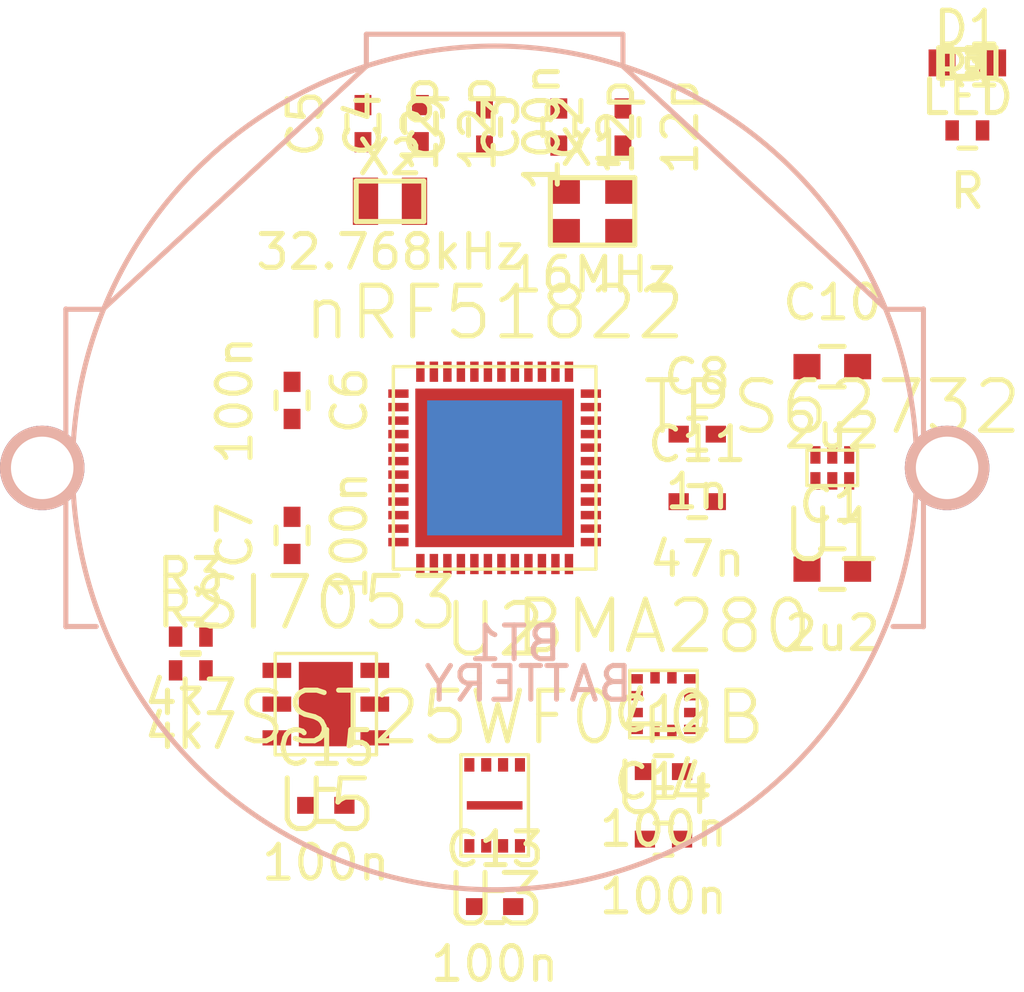
<source format=kicad_pcb>
(kicad_pcb (version 4) (host pcbnew "(2014-10-24 BZR 5221)-product")

  (general
    (links 65)
    (no_connects 65)
    (area 0 0 0 0)
    (thickness 1.6)
    (drawings 0)
    (tracks 0)
    (zones 0)
    (modules 27)
    (nets 65)
  )

  (page A4)
  (layers
    (0 F.Cu signal)
    (31 B.Cu signal)
    (32 B.Adhes user)
    (33 F.Adhes user)
    (34 B.Paste user)
    (35 F.Paste user)
    (36 B.SilkS user)
    (37 F.SilkS user)
    (38 B.Mask user)
    (39 F.Mask user)
    (40 Dwgs.User user)
    (41 Cmts.User user)
    (42 Eco1.User user)
    (43 Eco2.User user)
    (44 Edge.Cuts user)
    (45 Margin user)
    (46 B.CrtYd user)
    (47 F.CrtYd user)
    (48 B.Fab user)
    (49 F.Fab user)
  )

  (setup
    (last_trace_width 0.254)
    (trace_clearance 0.254)
    (zone_clearance 0.508)
    (zone_45_only no)
    (trace_min 0.254)
    (segment_width 0.2)
    (edge_width 0.1)
    (via_size 0.889)
    (via_drill 0.635)
    (via_min_size 0.889)
    (via_min_drill 0.508)
    (uvia_size 0.508)
    (uvia_drill 0.127)
    (uvias_allowed no)
    (uvia_min_size 0.508)
    (uvia_min_drill 0.127)
    (pcb_text_width 0.3)
    (pcb_text_size 1.5 1.5)
    (mod_edge_width 0.15)
    (mod_text_size 1 1)
    (mod_text_width 0.15)
    (pad_size 0.9 0.8)
    (pad_drill 0)
    (pad_to_mask_clearance 0)
    (aux_axis_origin 0 0)
    (visible_elements FFFCF77F)
    (pcbplotparams
      (layerselection 0x00030_80000001)
      (usegerberextensions false)
      (excludeedgelayer true)
      (linewidth 0.100000)
      (plotframeref false)
      (viasonmask false)
      (mode 1)
      (useauxorigin false)
      (hpglpennumber 1)
      (hpglpenspeed 20)
      (hpglpendiameter 15)
      (hpglpenoverlay 2)
      (psnegative false)
      (psa4output false)
      (plotreference true)
      (plotvalue true)
      (plotinvisibletext false)
      (padsonsilk false)
      (subtractmaskfromsilk false)
      (outputformat 1)
      (mirror false)
      (drillshape 1)
      (scaleselection 1)
      (outputdirectory ""))
  )

  (net 0 "")
  (net 1 +BATT)
  (net 2 GND)
  (net 3 "Net-(C2-Pad1)")
  (net 4 "Net-(C3-Pad1)")
  (net 5 "Net-(C4-Pad1)")
  (net 6 "Net-(C5-Pad1)")
  (net 7 VDD)
  (net 8 "Net-(C9-Pad1)")
  (net 9 "Net-(C10-Pad1)")
  (net 10 "Net-(D1-Pad2)")
  (net 11 ~led)
  (net 12 twi_scl)
  (net 13 twi_sda)
  (net 14 "Net-(U1-Pad1)")
  (net 15 "Net-(L1-Pad1)")
  (net 16 "Net-(U1-Pad5)")
  (net 17 "Net-(U2-Pad2)")
  (net 18 "Net-(U2-Pad3)")
  (net 19 "Net-(U2-Pad4)")
  (net 20 "Net-(U2-Pad5)")
  (net 21 "Net-(U2-Pad6)")
  (net 22 "Net-(U2-Pad7)")
  (net 23 "Net-(U2-Pad8)")
  (net 24 "Net-(U2-Pad9)")
  (net 25 "Net-(U2-Pad10)")
  (net 26 "Net-(U2-Pad11)")
  (net 27 "Net-(U2-Pad25)")
  (net 28 "Net-(U2-Pad26)")
  (net 29 "Net-(U2-Pad27)")
  (net 30 "Net-(U2-Pad28)")
  (net 31 "Net-(U2-Pad30)")
  (net 32 "Net-(U2-Pad31)")
  (net 33 "Net-(U2-Pad32)")
  (net 34 "Net-(U2-Pad14)")
  (net 35 "Net-(U2-Pad15)")
  (net 36 "Net-(U2-Pad16)")
  (net 37 "Net-(U2-Pad17)")
  (net 38 "Net-(U2-Pad18)")
  (net 39 "Net-(U2-Pad19)")
  (net 40 "Net-(U2-Pad20)")
  (net 41 "Net-(U2-Pad21)")
  (net 42 "Net-(U2-Pad22)")
  (net 43 swdio)
  (net 44 swclk)
  (net 45 "Net-(U2-Pad40)")
  (net 46 "Net-(U2-Pad41)")
  (net 47 "Net-(U2-Pad42)")
  (net 48 "Net-(U2-Pad43)")
  (net 49 "Net-(U2-Pad44)")
  (net 50 "Net-(U2-Pad47)")
  (net 51 "Net-(U2-Pad48)")
  (net 52 spi0_cs_n)
  (net 53 spi0_miso)
  (net 54 spi0_mosi)
  (net 55 spi0_sck)
  (net 56 spi1_miso)
  (net 57 spi1_mosi)
  (net 58 spi1_cs_n)
  (net 59 acc_int1)
  (net 60 acc_int2)
  (net 61 spi1_sck)
  (net 62 "Net-(U5-PadPAD)")
  (net 63 "Net-(U5-Pad3)")
  (net 64 "Net-(U5-Pad4)")

  (net_class Default "This is the default net class."
    (clearance 0.254)
    (trace_width 0.254)
    (via_dia 0.889)
    (via_drill 0.635)
    (uvia_dia 0.508)
    (uvia_drill 0.127)
    (add_net +BATT)
    (add_net GND)
    (add_net "Net-(C10-Pad1)")
    (add_net "Net-(C2-Pad1)")
    (add_net "Net-(C3-Pad1)")
    (add_net "Net-(C4-Pad1)")
    (add_net "Net-(C5-Pad1)")
    (add_net "Net-(C9-Pad1)")
    (add_net "Net-(D1-Pad2)")
    (add_net "Net-(L1-Pad1)")
    (add_net "Net-(U1-Pad1)")
    (add_net "Net-(U1-Pad5)")
    (add_net "Net-(U2-Pad10)")
    (add_net "Net-(U2-Pad11)")
    (add_net "Net-(U2-Pad14)")
    (add_net "Net-(U2-Pad15)")
    (add_net "Net-(U2-Pad16)")
    (add_net "Net-(U2-Pad17)")
    (add_net "Net-(U2-Pad18)")
    (add_net "Net-(U2-Pad19)")
    (add_net "Net-(U2-Pad2)")
    (add_net "Net-(U2-Pad20)")
    (add_net "Net-(U2-Pad21)")
    (add_net "Net-(U2-Pad22)")
    (add_net "Net-(U2-Pad25)")
    (add_net "Net-(U2-Pad26)")
    (add_net "Net-(U2-Pad27)")
    (add_net "Net-(U2-Pad28)")
    (add_net "Net-(U2-Pad3)")
    (add_net "Net-(U2-Pad30)")
    (add_net "Net-(U2-Pad31)")
    (add_net "Net-(U2-Pad32)")
    (add_net "Net-(U2-Pad4)")
    (add_net "Net-(U2-Pad40)")
    (add_net "Net-(U2-Pad41)")
    (add_net "Net-(U2-Pad42)")
    (add_net "Net-(U2-Pad43)")
    (add_net "Net-(U2-Pad44)")
    (add_net "Net-(U2-Pad47)")
    (add_net "Net-(U2-Pad48)")
    (add_net "Net-(U2-Pad5)")
    (add_net "Net-(U2-Pad6)")
    (add_net "Net-(U2-Pad7)")
    (add_net "Net-(U2-Pad8)")
    (add_net "Net-(U2-Pad9)")
    (add_net "Net-(U5-Pad3)")
    (add_net "Net-(U5-Pad4)")
    (add_net "Net-(U5-PadPAD)")
    (add_net VDD)
    (add_net acc_int1)
    (add_net acc_int2)
    (add_net spi0_cs_n)
    (add_net spi0_miso)
    (add_net spi0_mosi)
    (add_net spi0_sck)
    (add_net spi1_cs_n)
    (add_net spi1_miso)
    (add_net spi1_mosi)
    (add_net spi1_sck)
    (add_net swclk)
    (add_net swdio)
    (add_net twi_scl)
    (add_net twi_sda)
    (add_net ~led)
  )

  (module Capacitors_SMD:C_0603 (layer F.Cu) (tedit 5415D631) (tstamp 54E63722)
    (at 110 103)
    (descr "Capacitor SMD 0603, reflow soldering, AVX (see smccp.pdf)")
    (tags "capacitor 0603")
    (path /54E4FD79)
    (attr smd)
    (fp_text reference C1 (at 0 -1.9) (layer F.SilkS)
      (effects (font (size 1 1) (thickness 0.15)))
    )
    (fp_text value 2u2 (at 0 1.9) (layer F.SilkS)
      (effects (font (size 1 1) (thickness 0.15)))
    )
    (fp_line (start -1.45 -0.75) (end 1.45 -0.75) (layer F.CrtYd) (width 0.05))
    (fp_line (start -1.45 0.75) (end 1.45 0.75) (layer F.CrtYd) (width 0.05))
    (fp_line (start -1.45 -0.75) (end -1.45 0.75) (layer F.CrtYd) (width 0.05))
    (fp_line (start 1.45 -0.75) (end 1.45 0.75) (layer F.CrtYd) (width 0.05))
    (fp_line (start -0.35 -0.6) (end 0.35 -0.6) (layer F.SilkS) (width 0.15))
    (fp_line (start 0.35 0.6) (end -0.35 0.6) (layer F.SilkS) (width 0.15))
    (pad 1 smd rect (at -0.75 0) (size 0.8 0.75) (layers F.Cu F.Paste F.Mask)
      (net 1 +BATT))
    (pad 2 smd rect (at 0.75 0) (size 0.8 0.75) (layers F.Cu F.Paste F.Mask)
      (net 2 GND))
    (model Capacitors_SMD/C_0603.wrl
      (at (xyz 0 0 0))
      (scale (xyz 1 1 1))
      (rotate (xyz 0 0 0))
    )
  )

  (module Capacitors_SMD:C_0402 (layer F.Cu) (tedit 5415D599) (tstamp 54E63728)
    (at 103.8 89.9 90)
    (descr "Capacitor SMD 0402, reflow soldering, AVX (see smccp.pdf)")
    (tags "capacitor 0402")
    (path /54E5282E)
    (attr smd)
    (fp_text reference C2 (at 0 -1.7 90) (layer F.SilkS)
      (effects (font (size 1 1) (thickness 0.15)))
    )
    (fp_text value 12p (at 0 1.7 90) (layer F.SilkS)
      (effects (font (size 1 1) (thickness 0.15)))
    )
    (fp_line (start -1.15 -0.6) (end 1.15 -0.6) (layer F.CrtYd) (width 0.05))
    (fp_line (start -1.15 0.6) (end 1.15 0.6) (layer F.CrtYd) (width 0.05))
    (fp_line (start -1.15 -0.6) (end -1.15 0.6) (layer F.CrtYd) (width 0.05))
    (fp_line (start 1.15 -0.6) (end 1.15 0.6) (layer F.CrtYd) (width 0.05))
    (fp_line (start 0.25 -0.475) (end -0.25 -0.475) (layer F.SilkS) (width 0.15))
    (fp_line (start -0.25 0.475) (end 0.25 0.475) (layer F.SilkS) (width 0.15))
    (pad 1 smd rect (at -0.55 0 90) (size 0.6 0.5) (layers F.Cu F.Paste F.Mask)
      (net 3 "Net-(C2-Pad1)"))
    (pad 2 smd rect (at 0.55 0 90) (size 0.6 0.5) (layers F.Cu F.Paste F.Mask)
      (net 2 GND))
    (model Capacitors_SMD/C_0402.wrl
      (at (xyz 0 0 0))
      (scale (xyz 1 1 1))
      (rotate (xyz 0 0 0))
    )
  )

  (module Capacitors_SMD:C_0402 (layer F.Cu) (tedit 5415D599) (tstamp 54E6372E)
    (at 101.9 89.9 90)
    (descr "Capacitor SMD 0402, reflow soldering, AVX (see smccp.pdf)")
    (tags "capacitor 0402")
    (path /54E528BD)
    (attr smd)
    (fp_text reference C3 (at 0 -1.7 90) (layer F.SilkS)
      (effects (font (size 1 1) (thickness 0.15)))
    )
    (fp_text value 12p (at 0 1.7 90) (layer F.SilkS)
      (effects (font (size 1 1) (thickness 0.15)))
    )
    (fp_line (start -1.15 -0.6) (end 1.15 -0.6) (layer F.CrtYd) (width 0.05))
    (fp_line (start -1.15 0.6) (end 1.15 0.6) (layer F.CrtYd) (width 0.05))
    (fp_line (start -1.15 -0.6) (end -1.15 0.6) (layer F.CrtYd) (width 0.05))
    (fp_line (start 1.15 -0.6) (end 1.15 0.6) (layer F.CrtYd) (width 0.05))
    (fp_line (start 0.25 -0.475) (end -0.25 -0.475) (layer F.SilkS) (width 0.15))
    (fp_line (start -0.25 0.475) (end 0.25 0.475) (layer F.SilkS) (width 0.15))
    (pad 1 smd rect (at -0.55 0 90) (size 0.6 0.5) (layers F.Cu F.Paste F.Mask)
      (net 4 "Net-(C3-Pad1)"))
    (pad 2 smd rect (at 0.55 0 90) (size 0.6 0.5) (layers F.Cu F.Paste F.Mask)
      (net 2 GND))
    (model Capacitors_SMD/C_0402.wrl
      (at (xyz 0 0 0))
      (scale (xyz 1 1 1))
      (rotate (xyz 0 0 0))
    )
  )

  (module Capacitors_SMD:C_0402 (layer F.Cu) (tedit 5415D599) (tstamp 54E63734)
    (at 97.8 89.8 90)
    (descr "Capacitor SMD 0402, reflow soldering, AVX (see smccp.pdf)")
    (tags "capacitor 0402")
    (path /54E52F91)
    (attr smd)
    (fp_text reference C4 (at 0 -1.7 90) (layer F.SilkS)
      (effects (font (size 1 1) (thickness 0.15)))
    )
    (fp_text value 12p (at 0 1.7 90) (layer F.SilkS)
      (effects (font (size 1 1) (thickness 0.15)))
    )
    (fp_line (start -1.15 -0.6) (end 1.15 -0.6) (layer F.CrtYd) (width 0.05))
    (fp_line (start -1.15 0.6) (end 1.15 0.6) (layer F.CrtYd) (width 0.05))
    (fp_line (start -1.15 -0.6) (end -1.15 0.6) (layer F.CrtYd) (width 0.05))
    (fp_line (start 1.15 -0.6) (end 1.15 0.6) (layer F.CrtYd) (width 0.05))
    (fp_line (start 0.25 -0.475) (end -0.25 -0.475) (layer F.SilkS) (width 0.15))
    (fp_line (start -0.25 0.475) (end 0.25 0.475) (layer F.SilkS) (width 0.15))
    (pad 1 smd rect (at -0.55 0 90) (size 0.6 0.5) (layers F.Cu F.Paste F.Mask)
      (net 5 "Net-(C4-Pad1)"))
    (pad 2 smd rect (at 0.55 0 90) (size 0.6 0.5) (layers F.Cu F.Paste F.Mask)
      (net 2 GND))
    (model Capacitors_SMD/C_0402.wrl
      (at (xyz 0 0 0))
      (scale (xyz 1 1 1))
      (rotate (xyz 0 0 0))
    )
  )

  (module Capacitors_SMD:C_0402 (layer F.Cu) (tedit 5415D599) (tstamp 54E6373A)
    (at 96.1 89.8 90)
    (descr "Capacitor SMD 0402, reflow soldering, AVX (see smccp.pdf)")
    (tags "capacitor 0402")
    (path /54E52F97)
    (attr smd)
    (fp_text reference C5 (at 0 -1.7 90) (layer F.SilkS)
      (effects (font (size 1 1) (thickness 0.15)))
    )
    (fp_text value 12p (at 0 1.7 90) (layer F.SilkS)
      (effects (font (size 1 1) (thickness 0.15)))
    )
    (fp_line (start -1.15 -0.6) (end 1.15 -0.6) (layer F.CrtYd) (width 0.05))
    (fp_line (start -1.15 0.6) (end 1.15 0.6) (layer F.CrtYd) (width 0.05))
    (fp_line (start -1.15 -0.6) (end -1.15 0.6) (layer F.CrtYd) (width 0.05))
    (fp_line (start 1.15 -0.6) (end 1.15 0.6) (layer F.CrtYd) (width 0.05))
    (fp_line (start 0.25 -0.475) (end -0.25 -0.475) (layer F.SilkS) (width 0.15))
    (fp_line (start -0.25 0.475) (end 0.25 0.475) (layer F.SilkS) (width 0.15))
    (pad 1 smd rect (at -0.55 0 90) (size 0.6 0.5) (layers F.Cu F.Paste F.Mask)
      (net 6 "Net-(C5-Pad1)"))
    (pad 2 smd rect (at 0.55 0 90) (size 0.6 0.5) (layers F.Cu F.Paste F.Mask)
      (net 2 GND))
    (model Capacitors_SMD/C_0402.wrl
      (at (xyz 0 0 0))
      (scale (xyz 1 1 1))
      (rotate (xyz 0 0 0))
    )
  )

  (module Capacitors_SMD:C_0402 (layer F.Cu) (tedit 5415D599) (tstamp 54E63740)
    (at 94 98 270)
    (descr "Capacitor SMD 0402, reflow soldering, AVX (see smccp.pdf)")
    (tags "capacitor 0402")
    (path /54E51ED7)
    (attr smd)
    (fp_text reference C6 (at 0 -1.7 270) (layer F.SilkS)
      (effects (font (size 1 1) (thickness 0.15)))
    )
    (fp_text value 100n (at 0 1.7 270) (layer F.SilkS)
      (effects (font (size 1 1) (thickness 0.15)))
    )
    (fp_line (start -1.15 -0.6) (end 1.15 -0.6) (layer F.CrtYd) (width 0.05))
    (fp_line (start -1.15 0.6) (end 1.15 0.6) (layer F.CrtYd) (width 0.05))
    (fp_line (start -1.15 -0.6) (end -1.15 0.6) (layer F.CrtYd) (width 0.05))
    (fp_line (start 1.15 -0.6) (end 1.15 0.6) (layer F.CrtYd) (width 0.05))
    (fp_line (start 0.25 -0.475) (end -0.25 -0.475) (layer F.SilkS) (width 0.15))
    (fp_line (start -0.25 0.475) (end 0.25 0.475) (layer F.SilkS) (width 0.15))
    (pad 1 smd rect (at -0.55 0 270) (size 0.6 0.5) (layers F.Cu F.Paste F.Mask)
      (net 7 VDD))
    (pad 2 smd rect (at 0.55 0 270) (size 0.6 0.5) (layers F.Cu F.Paste F.Mask)
      (net 2 GND))
    (model Capacitors_SMD/C_0402.wrl
      (at (xyz 0 0 0))
      (scale (xyz 1 1 1))
      (rotate (xyz 0 0 0))
    )
  )

  (module Capacitors_SMD:C_0402 (layer F.Cu) (tedit 5415D599) (tstamp 54E63746)
    (at 94 102 90)
    (descr "Capacitor SMD 0402, reflow soldering, AVX (see smccp.pdf)")
    (tags "capacitor 0402")
    (path /54E52011)
    (attr smd)
    (fp_text reference C7 (at 0 -1.7 90) (layer F.SilkS)
      (effects (font (size 1 1) (thickness 0.15)))
    )
    (fp_text value 100n (at 0 1.7 90) (layer F.SilkS)
      (effects (font (size 1 1) (thickness 0.15)))
    )
    (fp_line (start -1.15 -0.6) (end 1.15 -0.6) (layer F.CrtYd) (width 0.05))
    (fp_line (start -1.15 0.6) (end 1.15 0.6) (layer F.CrtYd) (width 0.05))
    (fp_line (start -1.15 -0.6) (end -1.15 0.6) (layer F.CrtYd) (width 0.05))
    (fp_line (start 1.15 -0.6) (end 1.15 0.6) (layer F.CrtYd) (width 0.05))
    (fp_line (start 0.25 -0.475) (end -0.25 -0.475) (layer F.SilkS) (width 0.15))
    (fp_line (start -0.25 0.475) (end 0.25 0.475) (layer F.SilkS) (width 0.15))
    (pad 1 smd rect (at -0.55 0 90) (size 0.6 0.5) (layers F.Cu F.Paste F.Mask)
      (net 7 VDD))
    (pad 2 smd rect (at 0.55 0 90) (size 0.6 0.5) (layers F.Cu F.Paste F.Mask)
      (net 2 GND))
    (model Capacitors_SMD/C_0402.wrl
      (at (xyz 0 0 0))
      (scale (xyz 1 1 1))
      (rotate (xyz 0 0 0))
    )
  )

  (module Capacitors_SMD:C_0402 (layer F.Cu) (tedit 5415D599) (tstamp 54E6374C)
    (at 106 99)
    (descr "Capacitor SMD 0402, reflow soldering, AVX (see smccp.pdf)")
    (tags "capacitor 0402")
    (path /54E5245F)
    (attr smd)
    (fp_text reference C8 (at 0 -1.7) (layer F.SilkS)
      (effects (font (size 1 1) (thickness 0.15)))
    )
    (fp_text value 1n (at 0 1.7) (layer F.SilkS)
      (effects (font (size 1 1) (thickness 0.15)))
    )
    (fp_line (start -1.15 -0.6) (end 1.15 -0.6) (layer F.CrtYd) (width 0.05))
    (fp_line (start -1.15 0.6) (end 1.15 0.6) (layer F.CrtYd) (width 0.05))
    (fp_line (start -1.15 -0.6) (end -1.15 0.6) (layer F.CrtYd) (width 0.05))
    (fp_line (start 1.15 -0.6) (end 1.15 0.6) (layer F.CrtYd) (width 0.05))
    (fp_line (start 0.25 -0.475) (end -0.25 -0.475) (layer F.SilkS) (width 0.15))
    (fp_line (start -0.25 0.475) (end 0.25 0.475) (layer F.SilkS) (width 0.15))
    (pad 1 smd rect (at -0.55 0) (size 0.6 0.5) (layers F.Cu F.Paste F.Mask)
      (net 7 VDD))
    (pad 2 smd rect (at 0.55 0) (size 0.6 0.5) (layers F.Cu F.Paste F.Mask)
      (net 2 GND))
    (model Capacitors_SMD/C_0402.wrl
      (at (xyz 0 0 0))
      (scale (xyz 1 1 1))
      (rotate (xyz 0 0 0))
    )
  )

  (module Capacitors_SMD:C_0402 (layer F.Cu) (tedit 5415D599) (tstamp 54E63752)
    (at 99.7 89.9 90)
    (descr "Capacitor SMD 0402, reflow soldering, AVX (see smccp.pdf)")
    (tags "capacitor 0402")
    (path /54E5203A)
    (attr smd)
    (fp_text reference C9 (at 0 -1.7 90) (layer F.SilkS)
      (effects (font (size 1 1) (thickness 0.15)))
    )
    (fp_text value 100n (at 0 1.7 90) (layer F.SilkS)
      (effects (font (size 1 1) (thickness 0.15)))
    )
    (fp_line (start -1.15 -0.6) (end 1.15 -0.6) (layer F.CrtYd) (width 0.05))
    (fp_line (start -1.15 0.6) (end 1.15 0.6) (layer F.CrtYd) (width 0.05))
    (fp_line (start -1.15 -0.6) (end -1.15 0.6) (layer F.CrtYd) (width 0.05))
    (fp_line (start 1.15 -0.6) (end 1.15 0.6) (layer F.CrtYd) (width 0.05))
    (fp_line (start 0.25 -0.475) (end -0.25 -0.475) (layer F.SilkS) (width 0.15))
    (fp_line (start -0.25 0.475) (end 0.25 0.475) (layer F.SilkS) (width 0.15))
    (pad 1 smd rect (at -0.55 0 90) (size 0.6 0.5) (layers F.Cu F.Paste F.Mask)
      (net 8 "Net-(C9-Pad1)"))
    (pad 2 smd rect (at 0.55 0 90) (size 0.6 0.5) (layers F.Cu F.Paste F.Mask)
      (net 2 GND))
    (model Capacitors_SMD/C_0402.wrl
      (at (xyz 0 0 0))
      (scale (xyz 1 1 1))
      (rotate (xyz 0 0 0))
    )
  )

  (module Capacitors_SMD:C_0603 (layer F.Cu) (tedit 5415D631) (tstamp 54E63758)
    (at 110 97)
    (descr "Capacitor SMD 0603, reflow soldering, AVX (see smccp.pdf)")
    (tags "capacitor 0603")
    (path /54E500A4)
    (attr smd)
    (fp_text reference C10 (at 0 -1.9) (layer F.SilkS)
      (effects (font (size 1 1) (thickness 0.15)))
    )
    (fp_text value 2u2 (at 0 1.9) (layer F.SilkS)
      (effects (font (size 1 1) (thickness 0.15)))
    )
    (fp_line (start -1.45 -0.75) (end 1.45 -0.75) (layer F.CrtYd) (width 0.05))
    (fp_line (start -1.45 0.75) (end 1.45 0.75) (layer F.CrtYd) (width 0.05))
    (fp_line (start -1.45 -0.75) (end -1.45 0.75) (layer F.CrtYd) (width 0.05))
    (fp_line (start 1.45 -0.75) (end 1.45 0.75) (layer F.CrtYd) (width 0.05))
    (fp_line (start -0.35 -0.6) (end 0.35 -0.6) (layer F.SilkS) (width 0.15))
    (fp_line (start 0.35 0.6) (end -0.35 0.6) (layer F.SilkS) (width 0.15))
    (pad 1 smd rect (at -0.75 0) (size 0.8 0.75) (layers F.Cu F.Paste F.Mask)
      (net 9 "Net-(C10-Pad1)"))
    (pad 2 smd rect (at 0.75 0) (size 0.8 0.75) (layers F.Cu F.Paste F.Mask)
      (net 2 GND))
    (model Capacitors_SMD/C_0603.wrl
      (at (xyz 0 0 0))
      (scale (xyz 1 1 1))
      (rotate (xyz 0 0 0))
    )
  )

  (module Capacitors_SMD:C_0402 (layer F.Cu) (tedit 5415D599) (tstamp 54E6375E)
    (at 106 101)
    (descr "Capacitor SMD 0402, reflow soldering, AVX (see smccp.pdf)")
    (tags "capacitor 0402")
    (path /54E52118)
    (attr smd)
    (fp_text reference C11 (at 0 -1.7) (layer F.SilkS)
      (effects (font (size 1 1) (thickness 0.15)))
    )
    (fp_text value 47n (at 0 1.7) (layer F.SilkS)
      (effects (font (size 1 1) (thickness 0.15)))
    )
    (fp_line (start -1.15 -0.6) (end 1.15 -0.6) (layer F.CrtYd) (width 0.05))
    (fp_line (start -1.15 0.6) (end 1.15 0.6) (layer F.CrtYd) (width 0.05))
    (fp_line (start -1.15 -0.6) (end -1.15 0.6) (layer F.CrtYd) (width 0.05))
    (fp_line (start 1.15 -0.6) (end 1.15 0.6) (layer F.CrtYd) (width 0.05))
    (fp_line (start 0.25 -0.475) (end -0.25 -0.475) (layer F.SilkS) (width 0.15))
    (fp_line (start -0.25 0.475) (end 0.25 0.475) (layer F.SilkS) (width 0.15))
    (pad 1 smd rect (at -0.55 0) (size 0.6 0.5) (layers F.Cu F.Paste F.Mask)
      (net 7 VDD))
    (pad 2 smd rect (at 0.55 0) (size 0.6 0.5) (layers F.Cu F.Paste F.Mask)
      (net 2 GND))
    (model Capacitors_SMD/C_0402.wrl
      (at (xyz 0 0 0))
      (scale (xyz 1 1 1))
      (rotate (xyz 0 0 0))
    )
  )

  (module Capacitors_SMD:C_0402 (layer F.Cu) (tedit 5415D599) (tstamp 54E63764)
    (at 105 109)
    (descr "Capacitor SMD 0402, reflow soldering, AVX (see smccp.pdf)")
    (tags "capacitor 0402")
    (path /54E516C7)
    (attr smd)
    (fp_text reference C12 (at 0 -1.7) (layer F.SilkS)
      (effects (font (size 1 1) (thickness 0.15)))
    )
    (fp_text value 100n (at 0 1.7) (layer F.SilkS)
      (effects (font (size 1 1) (thickness 0.15)))
    )
    (fp_line (start -1.15 -0.6) (end 1.15 -0.6) (layer F.CrtYd) (width 0.05))
    (fp_line (start -1.15 0.6) (end 1.15 0.6) (layer F.CrtYd) (width 0.05))
    (fp_line (start -1.15 -0.6) (end -1.15 0.6) (layer F.CrtYd) (width 0.05))
    (fp_line (start 1.15 -0.6) (end 1.15 0.6) (layer F.CrtYd) (width 0.05))
    (fp_line (start 0.25 -0.475) (end -0.25 -0.475) (layer F.SilkS) (width 0.15))
    (fp_line (start -0.25 0.475) (end 0.25 0.475) (layer F.SilkS) (width 0.15))
    (pad 1 smd rect (at -0.55 0) (size 0.6 0.5) (layers F.Cu F.Paste F.Mask)
      (net 7 VDD))
    (pad 2 smd rect (at 0.55 0) (size 0.6 0.5) (layers F.Cu F.Paste F.Mask)
      (net 2 GND))
    (model Capacitors_SMD/C_0402.wrl
      (at (xyz 0 0 0))
      (scale (xyz 1 1 1))
      (rotate (xyz 0 0 0))
    )
  )

  (module Capacitors_SMD:C_0402 (layer F.Cu) (tedit 5415D599) (tstamp 54E6376A)
    (at 100 113)
    (descr "Capacitor SMD 0402, reflow soldering, AVX (see smccp.pdf)")
    (tags "capacitor 0402")
    (path /54E50761)
    (attr smd)
    (fp_text reference C13 (at 0 -1.7) (layer F.SilkS)
      (effects (font (size 1 1) (thickness 0.15)))
    )
    (fp_text value 100n (at 0 1.7) (layer F.SilkS)
      (effects (font (size 1 1) (thickness 0.15)))
    )
    (fp_line (start -1.15 -0.6) (end 1.15 -0.6) (layer F.CrtYd) (width 0.05))
    (fp_line (start -1.15 0.6) (end 1.15 0.6) (layer F.CrtYd) (width 0.05))
    (fp_line (start -1.15 -0.6) (end -1.15 0.6) (layer F.CrtYd) (width 0.05))
    (fp_line (start 1.15 -0.6) (end 1.15 0.6) (layer F.CrtYd) (width 0.05))
    (fp_line (start 0.25 -0.475) (end -0.25 -0.475) (layer F.SilkS) (width 0.15))
    (fp_line (start -0.25 0.475) (end 0.25 0.475) (layer F.SilkS) (width 0.15))
    (pad 1 smd rect (at -0.55 0) (size 0.6 0.5) (layers F.Cu F.Paste F.Mask)
      (net 7 VDD))
    (pad 2 smd rect (at 0.55 0) (size 0.6 0.5) (layers F.Cu F.Paste F.Mask)
      (net 2 GND))
    (model Capacitors_SMD/C_0402.wrl
      (at (xyz 0 0 0))
      (scale (xyz 1 1 1))
      (rotate (xyz 0 0 0))
    )
  )

  (module Capacitors_SMD:C_0402 (layer F.Cu) (tedit 5415D599) (tstamp 54E63770)
    (at 105 111)
    (descr "Capacitor SMD 0402, reflow soldering, AVX (see smccp.pdf)")
    (tags "capacitor 0402")
    (path /54E51678)
    (attr smd)
    (fp_text reference C14 (at 0 -1.7) (layer F.SilkS)
      (effects (font (size 1 1) (thickness 0.15)))
    )
    (fp_text value 100n (at 0 1.7) (layer F.SilkS)
      (effects (font (size 1 1) (thickness 0.15)))
    )
    (fp_line (start -1.15 -0.6) (end 1.15 -0.6) (layer F.CrtYd) (width 0.05))
    (fp_line (start -1.15 0.6) (end 1.15 0.6) (layer F.CrtYd) (width 0.05))
    (fp_line (start -1.15 -0.6) (end -1.15 0.6) (layer F.CrtYd) (width 0.05))
    (fp_line (start 1.15 -0.6) (end 1.15 0.6) (layer F.CrtYd) (width 0.05))
    (fp_line (start 0.25 -0.475) (end -0.25 -0.475) (layer F.SilkS) (width 0.15))
    (fp_line (start -0.25 0.475) (end 0.25 0.475) (layer F.SilkS) (width 0.15))
    (pad 1 smd rect (at -0.55 0) (size 0.6 0.5) (layers F.Cu F.Paste F.Mask)
      (net 7 VDD))
    (pad 2 smd rect (at 0.55 0) (size 0.6 0.5) (layers F.Cu F.Paste F.Mask)
      (net 2 GND))
    (model Capacitors_SMD/C_0402.wrl
      (at (xyz 0 0 0))
      (scale (xyz 1 1 1))
      (rotate (xyz 0 0 0))
    )
  )

  (module Capacitors_SMD:C_0402 (layer F.Cu) (tedit 5415D599) (tstamp 54E63776)
    (at 95 110)
    (descr "Capacitor SMD 0402, reflow soldering, AVX (see smccp.pdf)")
    (tags "capacitor 0402")
    (path /54E506AF)
    (attr smd)
    (fp_text reference C15 (at 0 -1.7) (layer F.SilkS)
      (effects (font (size 1 1) (thickness 0.15)))
    )
    (fp_text value 100n (at 0 1.7) (layer F.SilkS)
      (effects (font (size 1 1) (thickness 0.15)))
    )
    (fp_line (start -1.15 -0.6) (end 1.15 -0.6) (layer F.CrtYd) (width 0.05))
    (fp_line (start -1.15 0.6) (end 1.15 0.6) (layer F.CrtYd) (width 0.05))
    (fp_line (start -1.15 -0.6) (end -1.15 0.6) (layer F.CrtYd) (width 0.05))
    (fp_line (start 1.15 -0.6) (end 1.15 0.6) (layer F.CrtYd) (width 0.05))
    (fp_line (start 0.25 -0.475) (end -0.25 -0.475) (layer F.SilkS) (width 0.15))
    (fp_line (start -0.25 0.475) (end 0.25 0.475) (layer F.SilkS) (width 0.15))
    (pad 1 smd rect (at -0.55 0) (size 0.6 0.5) (layers F.Cu F.Paste F.Mask)
      (net 7 VDD))
    (pad 2 smd rect (at 0.55 0) (size 0.6 0.5) (layers F.Cu F.Paste F.Mask)
      (net 2 GND))
    (model Capacitors_SMD/C_0402.wrl
      (at (xyz 0 0 0))
      (scale (xyz 1 1 1))
      (rotate (xyz 0 0 0))
    )
  )

  (module LEDs:LED-0603 (layer F.Cu) (tedit 54E62FB8) (tstamp 54E6377C)
    (at 114 88)
    (descr "LED 0603 smd package")
    (tags "LED led 0603 SMD smd SMT smt smdled SMDLED smtled SMTLED")
    (path /54E53876)
    (attr smd)
    (fp_text reference D1 (at 0 -1.016) (layer F.SilkS)
      (effects (font (size 1 1) (thickness 0.15)))
    )
    (fp_text value LED (at 0 1.016) (layer F.SilkS)
      (effects (font (size 1 1) (thickness 0.15)))
    )
    (fp_line (start 0.44958 -0.44958) (end 0.44958 0.44958) (layer F.SilkS) (width 0.15))
    (fp_line (start 0.44958 0.44958) (end 0.84836 0.44958) (layer F.SilkS) (width 0.15))
    (fp_line (start 0.84836 -0.44958) (end 0.84836 0.44958) (layer F.SilkS) (width 0.15))
    (fp_line (start 0.44958 -0.44958) (end 0.84836 -0.44958) (layer F.SilkS) (width 0.15))
    (fp_line (start -0.84836 -0.44958) (end -0.84836 0.44958) (layer F.SilkS) (width 0.15))
    (fp_line (start -0.84836 0.44958) (end -0.44958 0.44958) (layer F.SilkS) (width 0.15))
    (fp_line (start -0.44958 -0.44958) (end -0.44958 0.44958) (layer F.SilkS) (width 0.15))
    (fp_line (start -0.84836 -0.44958) (end -0.44958 -0.44958) (layer F.SilkS) (width 0.15))
    (fp_line (start 0 -0.44958) (end 0 -0.29972) (layer F.SilkS) (width 0.15))
    (fp_line (start 0 -0.29972) (end 0.29972 -0.29972) (layer F.SilkS) (width 0.15))
    (fp_line (start 0.29972 -0.44958) (end 0.29972 -0.29972) (layer F.SilkS) (width 0.15))
    (fp_line (start 0 -0.44958) (end 0.29972 -0.44958) (layer F.SilkS) (width 0.15))
    (fp_line (start 0 0.29972) (end 0 0.44958) (layer F.SilkS) (width 0.15))
    (fp_line (start 0 0.44958) (end 0.29972 0.44958) (layer F.SilkS) (width 0.15))
    (fp_line (start 0.29972 0.29972) (end 0.29972 0.44958) (layer F.SilkS) (width 0.15))
    (fp_line (start 0 0.29972) (end 0.29972 0.29972) (layer F.SilkS) (width 0.15))
    (fp_line (start 0 -0.14986) (end 0 0.14986) (layer F.SilkS) (width 0.15))
    (fp_line (start 0 0.14986) (end 0.29972 0.14986) (layer F.SilkS) (width 0.15))
    (fp_line (start 0.29972 -0.14986) (end 0.29972 0.14986) (layer F.SilkS) (width 0.15))
    (fp_line (start 0 -0.14986) (end 0.29972 -0.14986) (layer F.SilkS) (width 0.15))
    (fp_line (start 0.44958 -0.39878) (end -0.44958 -0.39878) (layer F.SilkS) (width 0.15))
    (fp_line (start 0.44958 0.39878) (end -0.44958 0.39878) (layer F.SilkS) (width 0.15))
    (pad 1 smd rect (at -0.7493 0) (size 0.79756 0.79756) (layers F.Cu F.Paste F.Mask)
      (net 1 +BATT))
    (pad 2 smd rect (at 0.7493 0) (size 0.79756 0.79756) (layers F.Cu F.Paste F.Mask)
      (net 10 "Net-(D1-Pad2)"))
  )

  (module Resistors_SMD:R_0402 (layer F.Cu) (tedit 5415CBB8) (tstamp 54E63782)
    (at 114 90)
    (descr "Resistor SMD 0402, reflow soldering, Vishay (see dcrcw.pdf)")
    (tags "resistor 0402")
    (path /54E62B02)
    (attr smd)
    (fp_text reference R1 (at 0 -1.8) (layer F.SilkS)
      (effects (font (size 1 1) (thickness 0.15)))
    )
    (fp_text value R (at 0 1.8) (layer F.SilkS)
      (effects (font (size 1 1) (thickness 0.15)))
    )
    (fp_line (start -0.95 -0.65) (end 0.95 -0.65) (layer F.CrtYd) (width 0.05))
    (fp_line (start -0.95 0.65) (end 0.95 0.65) (layer F.CrtYd) (width 0.05))
    (fp_line (start -0.95 -0.65) (end -0.95 0.65) (layer F.CrtYd) (width 0.05))
    (fp_line (start 0.95 -0.65) (end 0.95 0.65) (layer F.CrtYd) (width 0.05))
    (fp_line (start 0.25 -0.525) (end -0.25 -0.525) (layer F.SilkS) (width 0.15))
    (fp_line (start -0.25 0.525) (end 0.25 0.525) (layer F.SilkS) (width 0.15))
    (pad 1 smd rect (at -0.45 0) (size 0.4 0.6) (layers F.Cu F.Paste F.Mask)
      (net 10 "Net-(D1-Pad2)"))
    (pad 2 smd rect (at 0.45 0) (size 0.4 0.6) (layers F.Cu F.Paste F.Mask)
      (net 11 ~led))
    (model Resistors_SMD/R_0402.wrl
      (at (xyz 0 0 0))
      (scale (xyz 1 1 1))
      (rotate (xyz 0 0 0))
    )
  )

  (module Resistors_SMD:R_0402 (layer F.Cu) (tedit 5415CBB8) (tstamp 54E63788)
    (at 91 106)
    (descr "Resistor SMD 0402, reflow soldering, Vishay (see dcrcw.pdf)")
    (tags "resistor 0402")
    (path /54E50FDF)
    (attr smd)
    (fp_text reference R2 (at 0 -1.8) (layer F.SilkS)
      (effects (font (size 1 1) (thickness 0.15)))
    )
    (fp_text value 4k7 (at 0 1.8) (layer F.SilkS)
      (effects (font (size 1 1) (thickness 0.15)))
    )
    (fp_line (start -0.95 -0.65) (end 0.95 -0.65) (layer F.CrtYd) (width 0.05))
    (fp_line (start -0.95 0.65) (end 0.95 0.65) (layer F.CrtYd) (width 0.05))
    (fp_line (start -0.95 -0.65) (end -0.95 0.65) (layer F.CrtYd) (width 0.05))
    (fp_line (start 0.95 -0.65) (end 0.95 0.65) (layer F.CrtYd) (width 0.05))
    (fp_line (start 0.25 -0.525) (end -0.25 -0.525) (layer F.SilkS) (width 0.15))
    (fp_line (start -0.25 0.525) (end 0.25 0.525) (layer F.SilkS) (width 0.15))
    (pad 1 smd rect (at -0.45 0) (size 0.4 0.6) (layers F.Cu F.Paste F.Mask)
      (net 7 VDD))
    (pad 2 smd rect (at 0.45 0) (size 0.4 0.6) (layers F.Cu F.Paste F.Mask)
      (net 12 twi_scl))
    (model Resistors_SMD/R_0402.wrl
      (at (xyz 0 0 0))
      (scale (xyz 1 1 1))
      (rotate (xyz 0 0 0))
    )
  )

  (module Resistors_SMD:R_0402 (layer F.Cu) (tedit 5415CBB8) (tstamp 54E6378E)
    (at 91 105)
    (descr "Resistor SMD 0402, reflow soldering, Vishay (see dcrcw.pdf)")
    (tags "resistor 0402")
    (path /54E50D7D)
    (attr smd)
    (fp_text reference R3 (at 0 -1.8) (layer F.SilkS)
      (effects (font (size 1 1) (thickness 0.15)))
    )
    (fp_text value 4k7 (at 0 1.8) (layer F.SilkS)
      (effects (font (size 1 1) (thickness 0.15)))
    )
    (fp_line (start -0.95 -0.65) (end 0.95 -0.65) (layer F.CrtYd) (width 0.05))
    (fp_line (start -0.95 0.65) (end 0.95 0.65) (layer F.CrtYd) (width 0.05))
    (fp_line (start -0.95 -0.65) (end -0.95 0.65) (layer F.CrtYd) (width 0.05))
    (fp_line (start 0.95 -0.65) (end 0.95 0.65) (layer F.CrtYd) (width 0.05))
    (fp_line (start 0.25 -0.525) (end -0.25 -0.525) (layer F.SilkS) (width 0.15))
    (fp_line (start -0.25 0.525) (end 0.25 0.525) (layer F.SilkS) (width 0.15))
    (pad 1 smd rect (at -0.45 0) (size 0.4 0.6) (layers F.Cu F.Paste F.Mask)
      (net 7 VDD))
    (pad 2 smd rect (at 0.45 0) (size 0.4 0.6) (layers F.Cu F.Paste F.Mask)
      (net 13 twi_sda))
    (model Resistors_SMD/R_0402.wrl
      (at (xyz 0 0 0))
      (scale (xyz 1 1 1))
      (rotate (xyz 0 0 0))
    )
  )

  (module "project:TI-USON-6_(1.45x1.00)" (layer F.Cu) (tedit 54E62EE2) (tstamp 54E63798)
    (at 110 100)
    (path /54E4FBFA)
    (fp_text reference U1 (at 0 2) (layer F.SilkS)
      (effects (font (size 1.5 1.5) (thickness 0.15)))
    )
    (fp_text value TPS62732 (at 0 -1.8) (layer F.SilkS)
      (effects (font (size 1.5 1.5) (thickness 0.15)))
    )
    (fp_line (start -0.75 -0.525) (end 0.75 -0.525) (layer F.SilkS) (width 0.1))
    (fp_line (start 0.75 -0.525) (end 0.75 0.525) (layer F.SilkS) (width 0.1))
    (fp_line (start 0.75 0.525) (end -0.75 0.525) (layer F.SilkS) (width 0.1))
    (fp_line (start -0.75 0.525) (end -0.75 -0.525) (layer F.SilkS) (width 0.1))
    (pad 1 smd rect (at 0.5 -0.385) (size 0.3 0.52) (layers F.Cu F.Paste F.Mask)
      (net 14 "Net-(U1-Pad1)"))
    (pad 2 smd rect (at 0 -0.385) (size 0.3 0.52) (layers F.Cu F.Paste F.Mask)
      (net 15 "Net-(L1-Pad1)"))
    (pad 3 smd rect (at -0.5 -0.385) (size 0.3 0.52) (layers F.Cu F.Paste F.Mask)
      (net 1 +BATT))
    (pad 4 smd rect (at -0.5 0.385) (size 0.3 0.52) (layers F.Cu F.Paste F.Mask)
      (net 2 GND))
    (pad 5 smd rect (at 0 0.385) (size 0.3 0.52) (layers F.Cu F.Paste F.Mask)
      (net 16 "Net-(U1-Pad5)"))
    (pad 6 smd rect (at 0.5 0.385) (size 0.3 0.52) (layers F.Cu F.Paste F.Mask)
      (net 7 VDD))
  )

  (module "project:NordicSemi-QFN-48_(6.00x6.00)" (layer F.Cu) (tedit 54E62EC9) (tstamp 54E637D1)
    (at 100 100)
    (path /54E3ACD1)
    (fp_text reference U2 (at 0 4.8) (layer F.SilkS)
      (effects (font (size 1.5 1.5) (thickness 0.15)))
    )
    (fp_text value nRF51822 (at 0 -4.6) (layer F.SilkS)
      (effects (font (size 1.5 1.5) (thickness 0.15)))
    )
    (fp_line (start -3 -3) (end 3 -3) (layer F.SilkS) (width 0.1))
    (fp_line (start 3 -3) (end 3 3) (layer F.SilkS) (width 0.1))
    (fp_line (start 3 3) (end -3 3) (layer F.SilkS) (width 0.1))
    (fp_line (start -3 3) (end -3 -3) (layer F.SilkS) (width 0.1))
    (pad PAD smd rect (at 0 0) (size 4.7 4.7) (layers F.Cu F.Paste F.Mask)
      (net 2 GND))
    (pad 1 smd rect (at -2.85 -2.2) (size 0.6 0.25) (layers F.Cu F.Paste F.Mask)
      (net 7 VDD))
    (pad 2 smd rect (at -2.85 -1.8) (size 0.6 0.25) (layers F.Cu F.Paste F.Mask)
      (net 17 "Net-(U2-Pad2)"))
    (pad 3 smd rect (at -2.85 -1.4) (size 0.6 0.25) (layers F.Cu F.Paste F.Mask)
      (net 18 "Net-(U2-Pad3)"))
    (pad 4 smd rect (at -2.85 -1) (size 0.6 0.25) (layers F.Cu F.Paste F.Mask)
      (net 19 "Net-(U2-Pad4)"))
    (pad 5 smd rect (at -2.85 -0.6) (size 0.6 0.25) (layers F.Cu F.Paste F.Mask)
      (net 20 "Net-(U2-Pad5)"))
    (pad 6 smd rect (at -2.85 -0.2) (size 0.6 0.25) (layers F.Cu F.Paste F.Mask)
      (net 21 "Net-(U2-Pad6)"))
    (pad 7 smd rect (at -2.85 0.2) (size 0.6 0.25) (layers F.Cu F.Paste F.Mask)
      (net 22 "Net-(U2-Pad7)"))
    (pad 8 smd rect (at -2.85 0.6) (size 0.6 0.25) (layers F.Cu F.Paste F.Mask)
      (net 23 "Net-(U2-Pad8)"))
    (pad 9 smd rect (at -2.85 1) (size 0.6 0.25) (layers F.Cu F.Paste F.Mask)
      (net 24 "Net-(U2-Pad9)"))
    (pad 10 smd rect (at -2.85 1.4) (size 0.6 0.25) (layers F.Cu F.Paste F.Mask)
      (net 25 "Net-(U2-Pad10)"))
    (pad 11 smd rect (at -2.85 1.8) (size 0.6 0.25) (layers F.Cu F.Paste F.Mask)
      (net 26 "Net-(U2-Pad11)"))
    (pad 12 smd rect (at -2.85 2.2) (size 0.6 0.25) (layers F.Cu F.Paste F.Mask)
      (net 7 VDD))
    (pad 25 smd rect (at 2.85 2.2) (size 0.6 0.25) (layers F.Cu F.Paste F.Mask)
      (net 27 "Net-(U2-Pad25)"))
    (pad 26 smd rect (at 2.85 1.8) (size 0.6 0.25) (layers F.Cu F.Paste F.Mask)
      (net 28 "Net-(U2-Pad26)"))
    (pad 27 smd rect (at 2.85 1.4) (size 0.6 0.25) (layers F.Cu F.Paste F.Mask)
      (net 29 "Net-(U2-Pad27)"))
    (pad 28 smd rect (at 2.85 1) (size 0.6 0.25) (layers F.Cu F.Paste F.Mask)
      (net 30 "Net-(U2-Pad28)"))
    (pad 29 smd rect (at 2.85 0.6) (size 0.6 0.25) (layers F.Cu F.Paste F.Mask)
      (net 7 VDD))
    (pad 30 smd rect (at 2.85 0.2) (size 0.6 0.25) (layers F.Cu F.Paste F.Mask)
      (net 31 "Net-(U2-Pad30)"))
    (pad 31 smd rect (at 2.85 -0.2) (size 0.6 0.25) (layers F.Cu F.Paste F.Mask)
      (net 32 "Net-(U2-Pad31)"))
    (pad 32 smd rect (at 2.85 -0.6) (size 0.6 0.25) (layers F.Cu F.Paste F.Mask)
      (net 33 "Net-(U2-Pad32)"))
    (pad 33 smd rect (at 2.85 -1) (size 0.6 0.25) (layers F.Cu F.Paste F.Mask)
      (net 2 GND))
    (pad 34 smd rect (at 2.85 -1.4) (size 0.6 0.25) (layers F.Cu F.Paste F.Mask)
      (net 2 GND))
    (pad 35 smd rect (at 2.85 -1.8) (size 0.6 0.25) (layers F.Cu F.Paste F.Mask)
      (net 7 VDD))
    (pad 36 smd rect (at 2.85 -2.2) (size 0.6 0.25) (layers F.Cu F.Paste F.Mask)
      (net 7 VDD))
    (pad 13 smd rect (at -2.2 2.85 90) (size 0.6 0.25) (layers F.Cu F.Paste F.Mask)
      (net 2 GND))
    (pad 14 smd rect (at -1.8 2.85 90) (size 0.6 0.25) (layers F.Cu F.Paste F.Mask)
      (net 34 "Net-(U2-Pad14)"))
    (pad 15 smd rect (at -1.4 2.85 90) (size 0.6 0.25) (layers F.Cu F.Paste F.Mask)
      (net 35 "Net-(U2-Pad15)"))
    (pad 16 smd rect (at -1 2.85 90) (size 0.6 0.25) (layers F.Cu F.Paste F.Mask)
      (net 36 "Net-(U2-Pad16)"))
    (pad 17 smd rect (at -0.6 2.85 90) (size 0.6 0.25) (layers F.Cu F.Paste F.Mask)
      (net 37 "Net-(U2-Pad17)"))
    (pad 18 smd rect (at -0.2 2.85 90) (size 0.6 0.25) (layers F.Cu F.Paste F.Mask)
      (net 38 "Net-(U2-Pad18)"))
    (pad 19 smd rect (at 0.2 2.85 90) (size 0.6 0.25) (layers F.Cu F.Paste F.Mask)
      (net 39 "Net-(U2-Pad19)"))
    (pad 20 smd rect (at 0.6 2.85 90) (size 0.6 0.25) (layers F.Cu F.Paste F.Mask)
      (net 40 "Net-(U2-Pad20)"))
    (pad 21 smd rect (at 1 2.85 90) (size 0.6 0.25) (layers F.Cu F.Paste F.Mask)
      (net 41 "Net-(U2-Pad21)"))
    (pad 22 smd rect (at 1.4 2.85 90) (size 0.6 0.25) (layers F.Cu F.Paste F.Mask)
      (net 42 "Net-(U2-Pad22)"))
    (pad 23 smd rect (at 1.8 2.85 90) (size 0.6 0.25) (layers F.Cu F.Paste F.Mask)
      (net 43 swdio))
    (pad 24 smd rect (at 2.2 2.85 90) (size 0.6 0.25) (layers F.Cu F.Paste F.Mask)
      (net 44 swclk))
    (pad 37 smd rect (at 2.2 -2.85 90) (size 0.6 0.25) (layers F.Cu F.Paste F.Mask)
      (net 3 "Net-(C2-Pad1)"))
    (pad 38 smd rect (at 1.8 -2.85 90) (size 0.6 0.25) (layers F.Cu F.Paste F.Mask)
      (net 4 "Net-(C3-Pad1)"))
    (pad 39 smd rect (at 1.4 -2.85 90) (size 0.6 0.25) (layers F.Cu F.Paste F.Mask)
      (net 8 "Net-(C9-Pad1)"))
    (pad 40 smd rect (at 1 -2.85 90) (size 0.6 0.25) (layers F.Cu F.Paste F.Mask)
      (net 45 "Net-(U2-Pad40)"))
    (pad 41 smd rect (at 0.6 -2.85 90) (size 0.6 0.25) (layers F.Cu F.Paste F.Mask)
      (net 46 "Net-(U2-Pad41)"))
    (pad 42 smd rect (at 0.2 -2.85 90) (size 0.6 0.25) (layers F.Cu F.Paste F.Mask)
      (net 47 "Net-(U2-Pad42)"))
    (pad 43 smd rect (at -0.2 -2.85 90) (size 0.6 0.25) (layers F.Cu F.Paste F.Mask)
      (net 48 "Net-(U2-Pad43)"))
    (pad 44 smd rect (at -0.6 -2.85 90) (size 0.6 0.25) (layers F.Cu F.Paste F.Mask)
      (net 49 "Net-(U2-Pad44)"))
    (pad 45 smd rect (at -1 -2.85 90) (size 0.6 0.25) (layers F.Cu F.Paste F.Mask)
      (net 5 "Net-(C4-Pad1)"))
    (pad 46 smd rect (at -1.4 -2.85 90) (size 0.6 0.25) (layers F.Cu F.Paste F.Mask)
      (net 6 "Net-(C5-Pad1)"))
    (pad 47 smd rect (at -1.8 -2.85 90) (size 0.6 0.25) (layers F.Cu F.Paste F.Mask)
      (net 50 "Net-(U2-Pad47)"))
    (pad 48 smd rect (at -2.2 -2.85 90) (size 0.6 0.25) (layers F.Cu F.Paste F.Mask)
      (net 51 "Net-(U2-Pad48)"))
  )

  (module "project:Microchip-USON-8_(2.00x3.00)" (layer F.Cu) (tedit 54E62EAB) (tstamp 54E637DE)
    (at 100 110)
    (path /54E61B6A)
    (fp_text reference U3 (at 0 2.8) (layer F.SilkS)
      (effects (font (size 1.5 1.5) (thickness 0.15)))
    )
    (fp_text value SST25WF040B (at 0.2 -2.6) (layer F.SilkS)
      (effects (font (size 1.5 1.5) (thickness 0.15)))
    )
    (fp_line (start -1 -1.5) (end 1 -1.5) (layer F.SilkS) (width 0.1))
    (fp_line (start 1 -1.5) (end 1 1.5) (layer F.SilkS) (width 0.1))
    (fp_line (start 1 1.5) (end -1 1.5) (layer F.SilkS) (width 0.1))
    (fp_line (start -1 1.5) (end -1 -1.5) (layer F.SilkS) (width 0.1))
    (pad 1 smd rect (at 0.75 -1.2) (size 0.3 0.4) (layers F.Cu F.Paste F.Mask)
      (net 52 spi0_cs_n))
    (pad 2 smd rect (at 0.25 -1.2) (size 0.3 0.4) (layers F.Cu F.Paste F.Mask)
      (net 53 spi0_miso))
    (pad 3 smd rect (at -0.25 -1.2) (size 0.3 0.4) (layers F.Cu F.Paste F.Mask)
      (net 7 VDD))
    (pad 4 smd rect (at -0.75 -1.2) (size 0.3 0.4) (layers F.Cu F.Paste F.Mask)
      (net 2 GND))
    (pad 5 smd rect (at -0.75 1.2) (size 0.3 0.4) (layers F.Cu F.Paste F.Mask)
      (net 54 spi0_mosi))
    (pad 6 smd rect (at -0.25 1.2) (size 0.3 0.4) (layers F.Cu F.Paste F.Mask)
      (net 55 spi0_sck))
    (pad 7 smd rect (at 0.25 1.2) (size 0.3 0.4) (layers F.Cu F.Paste F.Mask)
      (net 7 VDD))
    (pad 8 smd rect (at 0.75 1.2) (size 0.3 0.4) (layers F.Cu F.Paste F.Mask)
      (net 7 VDD))
    (pad "" smd rect (at 0 0) (size 1.65 0.25) (layers F.Cu F.Paste F.Mask))
  )

  (module "project:Bosch-LGA-12_(2.00x2.00)" (layer F.Cu) (tedit 54E62A6D) (tstamp 54E637EE)
    (at 105 107)
    (path /54E4F128)
    (fp_text reference U4 (at 0 2.5) (layer F.SilkS)
      (effects (font (size 1.5 1.5) (thickness 0.15)))
    )
    (fp_text value BMA280 (at 0 -2.3) (layer F.SilkS)
      (effects (font (size 1.5 1.5) (thickness 0.15)))
    )
    (fp_line (start -1 -1) (end 1 -1) (layer F.SilkS) (width 0.1))
    (fp_line (start 1 -1) (end 1 1) (layer F.SilkS) (width 0.1))
    (fp_line (start 1 1) (end -1 1) (layer F.SilkS) (width 0.1))
    (fp_line (start -1 1) (end -1 -1) (layer F.SilkS) (width 0.1))
    (pad 1 smd rect (at -0.815 -0.75) (size 0.41 0.28) (layers F.Cu F.Paste F.Mask)
      (net 56 spi1_miso))
    (pad 2 smd rect (at -0.815 -0.25) (size 0.41 0.28) (layers F.Cu F.Paste F.Mask)
      (net 57 spi1_mosi))
    (pad 3 smd rect (at -0.815 0.25) (size 0.41 0.28) (layers F.Cu F.Paste F.Mask)
      (net 7 VDD))
    (pad 4 smd rect (at -0.815 0.75) (size 0.41 0.28) (layers F.Cu F.Paste F.Mask)
      (net 2 GND))
    (pad 7 smd rect (at 0.815 0.75) (size 0.41 0.28) (layers F.Cu F.Paste F.Mask)
      (net 7 VDD))
    (pad 8 smd rect (at 0.815 0.25) (size 0.41 0.28) (layers F.Cu F.Paste F.Mask)
      (net 2 GND))
    (pad 9 smd rect (at 0.815 -0.25) (size 0.41 0.28) (layers F.Cu F.Paste F.Mask)
      (net 2 GND))
    (pad 10 smd rect (at 0.815 -0.75) (size 0.41 0.28) (layers F.Cu F.Paste F.Mask)
      (net 58 spi1_cs_n))
    (pad 5 smd rect (at -0.25 0.815) (size 0.28 0.41) (layers F.Cu F.Paste F.Mask)
      (net 59 acc_int1))
    (pad 6 smd rect (at 0.25 0.815) (size 0.28 0.41) (layers F.Cu F.Paste F.Mask)
      (net 60 acc_int2))
    (pad 11 smd rect (at 0.25 -0.815) (size 0.28 0.41) (layers F.Cu F.Paste F.Mask)
      (net 2 GND))
    (pad 12 smd rect (at -0.25 -0.815) (size 0.28 0.41) (layers F.Cu F.Paste F.Mask)
      (net 61 spi1_sck))
  )

  (module "project:Silabs-DFN-6_(3.00x3.00)" (layer F.Cu) (tedit 54E62F66) (tstamp 54E637F9)
    (at 95 107)
    (path /54E4F2ED)
    (fp_text reference U5 (at 0 3) (layer F.SilkS)
      (effects (font (size 1.5 1.5) (thickness 0.15)))
    )
    (fp_text value SI7053 (at 0 -3) (layer F.SilkS)
      (effects (font (size 1.5 1.5) (thickness 0.15)))
    )
    (fp_line (start -1.5 -1.5) (end 1.5 -1.5) (layer F.SilkS) (width 0.1))
    (fp_line (start 1.5 -1.5) (end 1.5 1.5) (layer F.SilkS) (width 0.1))
    (fp_line (start 1.5 1.5) (end -1.5 1.5) (layer F.SilkS) (width 0.1))
    (fp_line (start -1.5 1.5) (end -1.5 -1.5) (layer F.SilkS) (width 0.1))
    (pad PAD smd rect (at 0 0) (size 1.6 2.5) (layers F.Cu F.Paste F.Mask)
      (net 62 "Net-(U5-PadPAD)"))
    (pad 1 smd rect (at -1.45 -1) (size 0.85 0.45) (layers F.Cu F.Paste F.Mask)
      (net 13 twi_sda))
    (pad 2 smd rect (at -1.45 0) (size 0.85 0.45) (layers F.Cu F.Paste F.Mask)
      (net 2 GND))
    (pad 3 smd rect (at -1.45 1) (size 0.85 0.45) (layers F.Cu F.Paste F.Mask)
      (net 63 "Net-(U5-Pad3)"))
    (pad 4 smd rect (at 1.45 1) (size 0.85 0.45) (layers F.Cu F.Paste F.Mask)
      (net 64 "Net-(U5-Pad4)"))
    (pad 5 smd rect (at 1.45 0) (size 0.85 0.45) (layers F.Cu F.Paste F.Mask)
      (net 7 VDD))
    (pad 6 smd rect (at 1.45 -1) (size 0.85 0.45) (layers F.Cu F.Paste F.Mask)
      (net 12 twi_scl))
  )

  (module project:Keystone-3007 (layer B.Cu) (tedit 54E63391) (tstamp 54E63BAA)
    (at 100 100)
    (path /54E62225)
    (fp_text reference BT1 (at 0.6 5.2) (layer B.SilkS)
      (effects (font (size 1 1) (thickness 0.15)) (justify mirror))
    )
    (fp_text value BATTERY (at 1 6.4) (layer B.SilkS)
      (effects (font (size 1 1) (thickness 0.15)) (justify mirror))
    )
    (fp_line (start 12.7 4.7) (end 11.8 4.7) (layer B.SilkS) (width 0.15))
    (fp_line (start -12.7 4.7) (end -11.8 4.7) (layer B.SilkS) (width 0.15))
    (fp_line (start 12.7 -4.7) (end 11.6 -4.7) (layer B.SilkS) (width 0.15))
    (fp_line (start 11.6 -4.7) (end 3.8 -11.9) (layer B.SilkS) (width 0.15))
    (fp_line (start -11.6 -4.7) (end -3.8 -11.9) (layer B.SilkS) (width 0.15))
    (fp_line (start 3.8 -12.85) (end 3.8 -11.9) (layer B.SilkS) (width 0.15))
    (fp_line (start -3.8 -12.85) (end -3.8 -11.9) (layer B.SilkS) (width 0.15))
    (fp_line (start -12.7 -4.7) (end -11.6 -4.7) (layer B.SilkS) (width 0.15))
    (fp_circle (center 0 0) (end 12.5 0) (layer B.SilkS) (width 0.15))
    (fp_line (start 12.7 -4.71) (end 12.7 4.71) (layer B.SilkS) (width 0.15))
    (fp_line (start -12.7 -4.71) (end -12.7 4.71) (layer B.SilkS) (width 0.15))
    (fp_line (start -3.8 -12.85) (end 3.8 -12.85) (layer B.SilkS) (width 0.15))
    (pad 1 thru_hole circle (at -13.4 0) (size 2.5 2.5) (drill 1.85) (layers *.Cu *.Mask B.SilkS)
      (net 1 +BATT))
    (pad 1 thru_hole circle (at 13.4 0) (size 2.5 2.5) (drill 1.85) (layers *.Cu *.Mask B.SilkS)
      (net 1 +BATT))
    (pad 2 smd rect (at 0 0) (size 4 4) (layers B.Cu B.Paste B.Mask)
      (net 2 GND))
  )

  (module project:Abracon-ABM10 (layer F.Cu) (tedit 54E63B8E) (tstamp 54E63F2A)
    (at 102.9 92.4 180)
    (path /54E6667C)
    (fp_text reference X1 (at 0 1.875 180) (layer F.SilkS)
      (effects (font (size 1 1) (thickness 0.15)))
    )
    (fp_text value 16MHz (at 0 -1.875 180) (layer F.SilkS)
      (effects (font (size 1 1) (thickness 0.15)))
    )
    (fp_line (start -1.25 -1) (end 1.25 -1) (layer F.SilkS) (width 0.15))
    (fp_line (start 1.25 -1) (end 1.25 1) (layer F.SilkS) (width 0.15))
    (fp_line (start 1.25 1) (end -1.25 1) (layer F.SilkS) (width 0.15))
    (fp_line (start -1.25 1) (end -1.25 -1) (layer F.SilkS) (width 0.15))
    (pad 1 smd rect (at -0.825 0.625 180) (size 0.9 0.8) (layers F.Cu F.Paste F.Mask)
      (net 3 "Net-(C2-Pad1)"))
    (pad 2 smd rect (at 0.825 0.625 180) (size 0.9 0.8) (layers F.Cu F.Paste F.Mask)
      (net 2 GND))
    (pad 3 smd rect (at 0.825 -0.625 180) (size 0.9 0.8) (layers F.Cu F.Paste F.Mask)
      (net 4 "Net-(C3-Pad1)"))
    (pad 4 smd rect (at -0.825 -0.625 180) (size 0.9 0.8) (layers F.Cu F.Paste F.Mask)
      (net 2 GND))
  )

  (module project:Abracon-ABS06 (layer F.Cu) (tedit 54E63AE1) (tstamp 54E63F30)
    (at 96.9 92.1 180)
    (path /54E52F8B)
    (fp_text reference X2 (at 0 1.3 180) (layer F.SilkS)
      (effects (font (size 1 1) (thickness 0.15)))
    )
    (fp_text value 32.768kHz (at 0 -1.5 180) (layer F.SilkS)
      (effects (font (size 1 1) (thickness 0.15)))
    )
    (fp_line (start -1 -0.6) (end 1 -0.6) (layer F.SilkS) (width 0.15))
    (fp_line (start 1 -0.6) (end 1 0.6) (layer F.SilkS) (width 0.15))
    (fp_line (start 1 0.6) (end -1 0.6) (layer F.SilkS) (width 0.15))
    (fp_line (start -1 0.6) (end -1 -0.6) (layer F.SilkS) (width 0.15))
    (pad 1 smd rect (at -0.725 0 180) (size 0.75 1.4) (layers F.Cu F.Paste F.Mask)
      (net 5 "Net-(C4-Pad1)"))
    (pad 2 smd rect (at 0.725 0 180) (size 0.75 1.4) (layers F.Cu F.Paste F.Mask)
      (net 6 "Net-(C5-Pad1)"))
  )

)

</source>
